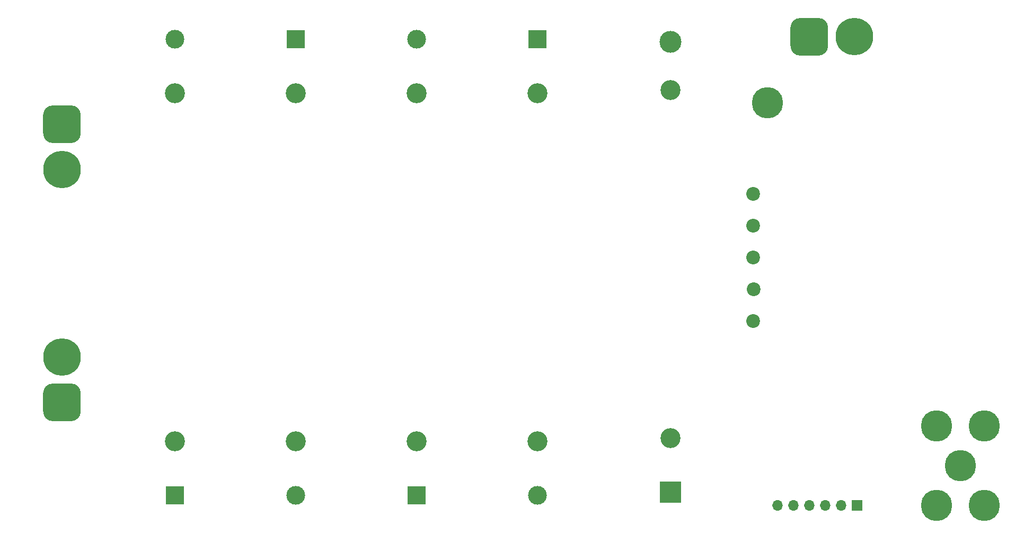
<source format=gbr>
%TF.GenerationSoftware,KiCad,Pcbnew,5.1.10-88a1d61d58~88~ubuntu20.04.1*%
%TF.CreationDate,2021-06-25T13:51:48-04:00*%
%TF.ProjectId,Li-Ion-BatteryPack,4c692d49-6f6e-42d4-9261-747465727950,rev?*%
%TF.SameCoordinates,Original*%
%TF.FileFunction,Soldermask,Bot*%
%TF.FilePolarity,Negative*%
%FSLAX46Y46*%
G04 Gerber Fmt 4.6, Leading zero omitted, Abs format (unit mm)*
G04 Created by KiCad (PCBNEW 5.1.10-88a1d61d58~88~ubuntu20.04.1) date 2021-06-25 13:51:48*
%MOMM*%
%LPD*%
G01*
G04 APERTURE LIST*
%ADD10C,3.200000*%
%ADD11C,3.000000*%
%ADD12R,3.000000X3.000000*%
%ADD13O,1.700000X1.700000*%
%ADD14R,1.700000X1.700000*%
%ADD15C,6.000000*%
%ADD16C,5.000000*%
%ADD17C,3.500000*%
%ADD18R,3.500000X3.500000*%
%ADD19C,2.200000*%
G04 APERTURE END LIST*
D10*
%TO.C,BT1*%
X145795000Y-64905000D03*
X126490000Y-64905000D03*
X87885000Y-64905000D03*
X107190000Y-64905000D03*
X145795000Y-120515000D03*
X126490000Y-120515000D03*
X87885000Y-120515000D03*
X107190000Y-120515000D03*
D11*
X145790000Y-129160000D03*
D12*
X145790000Y-56260000D03*
D11*
X126490000Y-56260000D03*
D12*
X126490000Y-129160000D03*
D11*
X107190000Y-129160000D03*
D12*
X107190000Y-56260000D03*
D11*
X87890000Y-56260000D03*
D12*
X87890000Y-129160000D03*
%TD*%
D13*
%TO.C,J4*%
X184150000Y-130810000D03*
X186690000Y-130810000D03*
X189230000Y-130810000D03*
X191770000Y-130810000D03*
X194310000Y-130810000D03*
D14*
X196850000Y-130810000D03*
%TD*%
%TO.C,J3*%
G36*
G01*
X186230000Y-57380000D02*
X186230000Y-54380000D01*
G75*
G02*
X187730000Y-52880000I1500000J0D01*
G01*
X190730000Y-52880000D01*
G75*
G02*
X192230000Y-54380000I0J-1500000D01*
G01*
X192230000Y-57380000D01*
G75*
G02*
X190730000Y-58880000I-1500000J0D01*
G01*
X187730000Y-58880000D01*
G75*
G02*
X186230000Y-57380000I0J1500000D01*
G01*
G37*
D15*
X196430000Y-55880000D03*
%TD*%
D16*
%TO.C,TP6*%
X182524400Y-66395600D03*
%TD*%
D17*
%TO.C,BT2*%
X167030400Y-56676400D03*
D18*
X167030400Y-128676400D03*
D10*
X167030400Y-120031400D03*
X167030400Y-64421400D03*
%TD*%
%TO.C,J1*%
G36*
G01*
X71350000Y-117300000D02*
X68350000Y-117300000D01*
G75*
G02*
X66850000Y-115800000I0J1500000D01*
G01*
X66850000Y-112800000D01*
G75*
G02*
X68350000Y-111300000I1500000J0D01*
G01*
X71350000Y-111300000D01*
G75*
G02*
X72850000Y-112800000I0J-1500000D01*
G01*
X72850000Y-115800000D01*
G75*
G02*
X71350000Y-117300000I-1500000J0D01*
G01*
G37*
D15*
X69850000Y-107100000D03*
%TD*%
%TO.C,J2*%
G36*
G01*
X68350000Y-66850000D02*
X71350000Y-66850000D01*
G75*
G02*
X72850000Y-68350000I0J-1500000D01*
G01*
X72850000Y-71350000D01*
G75*
G02*
X71350000Y-72850000I-1500000J0D01*
G01*
X68350000Y-72850000D01*
G75*
G02*
X66850000Y-71350000I0J1500000D01*
G01*
X66850000Y-68350000D01*
G75*
G02*
X68350000Y-66850000I1500000J0D01*
G01*
G37*
X69850000Y-77050000D03*
%TD*%
D19*
%TO.C,TP4*%
X180340000Y-96215200D03*
%TD*%
%TO.C,TP3*%
X180289200Y-91135200D03*
%TD*%
%TO.C,TP2*%
X180238400Y-86106000D03*
%TD*%
%TO.C,TP1*%
X180289200Y-81026000D03*
%TD*%
D16*
%TO.C,TP7*%
X217170000Y-118110000D03*
%TD*%
%TO.C,TP8*%
X209550000Y-118110000D03*
%TD*%
%TO.C,TP9*%
X217170000Y-130810000D03*
%TD*%
%TO.C,TP10*%
X213360000Y-124460000D03*
%TD*%
%TO.C,TP11*%
X209550000Y-130810000D03*
%TD*%
D19*
%TO.C,TP5*%
X180238400Y-101346000D03*
%TD*%
M02*

</source>
